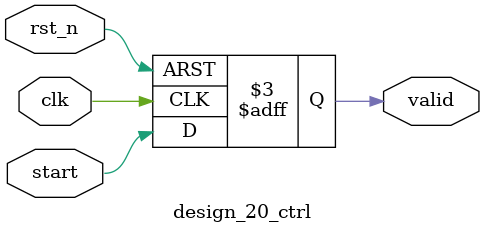
<source format=v>
module design_20_ctrl(
  input  clk,
  input  rst_n,
  input  start,
  output reg valid
);
  reg start_q;
  always @(posedge clk or negedge rst_n) begin
    if (!rst_n) begin
      valid <= 1'b0;
      start_q <= 1'b0;
    end else begin
      start_q <= start;
      valid <= start;
    end
  end
endmodule

</source>
